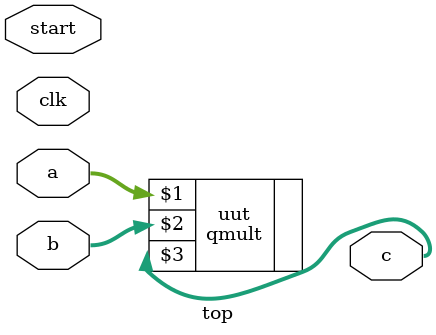
<source format=v>
`timescale 1ns / 1ps
module top(
    input [31:0] a,
    input [31:0] b,
    output [31:0] c,
	 input clk,
	 input start
    );
	// Inputs
	reg [31:0] a_sig;
	reg [31:0] b_sig;

	// Outputs
	reg [31:0] c_sig;
		
	// Instantiate the Unit Under Test (UUT)

qmult #(23,32) uut (a, b, c);

endmodule

</source>
